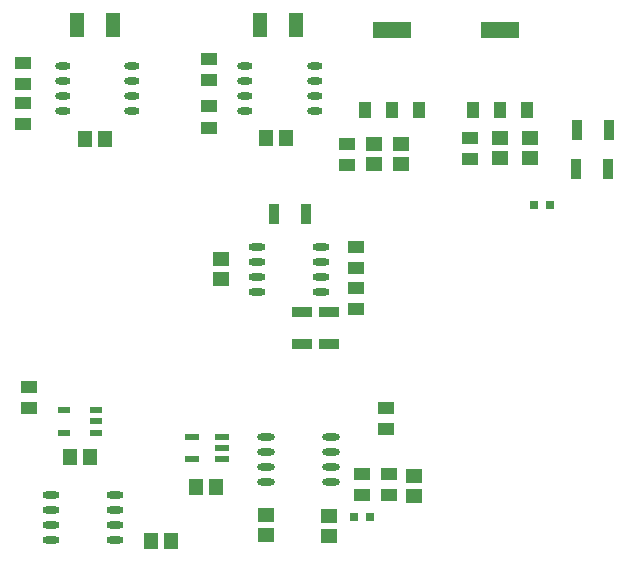
<source format=gtp>
G04*
G04 #@! TF.GenerationSoftware,Altium Limited,Altium Designer,21.9.2 (33)*
G04*
G04 Layer_Color=8421504*
%FSLAX25Y25*%
%MOIN*%
G70*
G04*
G04 #@! TF.SameCoordinates,5B497BFC-61BE-4FA5-8299-24AFF7FDC4DC*
G04*
G04*
G04 #@! TF.FilePolarity,Positive*
G04*
G01*
G75*
%ADD15R,0.02559X0.02756*%
%ADD16R,0.03642X0.06693*%
%ADD17R,0.06693X0.03642*%
%ADD18R,0.05512X0.04724*%
%ADD19R,0.04724X0.05512*%
%ADD20R,0.05315X0.03937*%
%ADD21R,0.03937X0.05512*%
%ADD22R,0.12795X0.05512*%
%ADD23O,0.05709X0.02362*%
%ADD24R,0.03937X0.02362*%
%ADD25R,0.04921X0.02362*%
%ADD26O,0.05906X0.02362*%
%ADD27R,0.04921X0.07874*%
%ADD28O,0.05118X0.02362*%
D15*
X248657Y129000D02*
D03*
X243342D02*
D03*
X183343Y25000D02*
D03*
X188657D02*
D03*
D16*
X268000Y141000D02*
D03*
X257272D02*
D03*
X156636Y126000D02*
D03*
X167364D02*
D03*
X268364Y154000D02*
D03*
X257636D02*
D03*
D17*
X166000Y82636D02*
D03*
Y93364D02*
D03*
X175000Y82636D02*
D03*
Y93364D02*
D03*
D18*
X242000Y151347D02*
D03*
Y144653D02*
D03*
X203197Y38890D02*
D03*
Y32197D02*
D03*
X154000Y25693D02*
D03*
Y19000D02*
D03*
X175000Y25346D02*
D03*
Y18654D02*
D03*
X139134Y111173D02*
D03*
Y104480D02*
D03*
X199000Y149346D02*
D03*
Y142654D02*
D03*
X190000Y149346D02*
D03*
Y142654D02*
D03*
X232000Y151347D02*
D03*
Y144653D02*
D03*
D19*
X100347Y151000D02*
D03*
X93654D02*
D03*
X153961Y151500D02*
D03*
X160654D02*
D03*
X115654Y17000D02*
D03*
X122346D02*
D03*
X95346Y45000D02*
D03*
X88653D02*
D03*
X130654Y35000D02*
D03*
X137346D02*
D03*
D20*
X73000Y163087D02*
D03*
Y156000D02*
D03*
X135000Y162000D02*
D03*
Y154913D02*
D03*
X73000Y176543D02*
D03*
Y169457D02*
D03*
X135000Y177748D02*
D03*
Y170661D02*
D03*
X195000Y39543D02*
D03*
Y32457D02*
D03*
X75000Y68543D02*
D03*
Y61457D02*
D03*
X222000Y151543D02*
D03*
Y144457D02*
D03*
X181000Y142457D02*
D03*
Y149543D02*
D03*
X194000Y61543D02*
D03*
Y54457D02*
D03*
X186000Y39543D02*
D03*
Y32457D02*
D03*
X184000Y108000D02*
D03*
Y115087D02*
D03*
Y94457D02*
D03*
Y101543D02*
D03*
D21*
X186945Y160614D02*
D03*
X196000D02*
D03*
X205055D02*
D03*
X222945D02*
D03*
X232000D02*
D03*
X241055D02*
D03*
D22*
X196000Y187386D02*
D03*
X232000D02*
D03*
D23*
X82272Y32500D02*
D03*
Y27500D02*
D03*
Y22500D02*
D03*
Y17500D02*
D03*
X103728Y32500D02*
D03*
Y27500D02*
D03*
Y22500D02*
D03*
Y17500D02*
D03*
X151020Y115165D02*
D03*
Y110165D02*
D03*
Y105165D02*
D03*
Y100165D02*
D03*
X172476Y115165D02*
D03*
Y110165D02*
D03*
Y105165D02*
D03*
Y100165D02*
D03*
D24*
X86587Y53260D02*
D03*
Y60740D02*
D03*
X97413D02*
D03*
Y57000D02*
D03*
Y53260D02*
D03*
D25*
X139276Y44346D02*
D03*
Y48087D02*
D03*
Y51827D02*
D03*
X129433D02*
D03*
Y44346D02*
D03*
D26*
X175614Y36634D02*
D03*
Y41634D02*
D03*
Y46634D02*
D03*
Y51634D02*
D03*
X153961Y36634D02*
D03*
Y41634D02*
D03*
Y46634D02*
D03*
Y51634D02*
D03*
D27*
X163906Y189000D02*
D03*
X152094D02*
D03*
X91094D02*
D03*
X102905D02*
D03*
D28*
X170346Y160350D02*
D03*
Y165350D02*
D03*
Y170350D02*
D03*
Y175350D02*
D03*
X147118Y160350D02*
D03*
Y165350D02*
D03*
Y170350D02*
D03*
Y175350D02*
D03*
X109465Y160350D02*
D03*
Y165350D02*
D03*
Y170350D02*
D03*
Y175350D02*
D03*
X86236Y160350D02*
D03*
Y165350D02*
D03*
Y170350D02*
D03*
Y175350D02*
D03*
M02*

</source>
